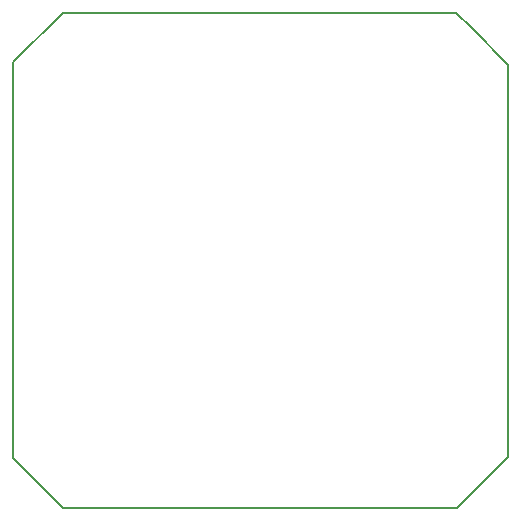
<source format=gbr>
G04 #@! TF.GenerationSoftware,KiCad,Pcbnew,5.0.2-bee76a0~70~ubuntu18.04.1*
G04 #@! TF.CreationDate,2019-01-29T19:41:14+01:00*
G04 #@! TF.ProjectId,ustepper_41_nano,75737465-7070-4657-925f-34315f6e616e,rev?*
G04 #@! TF.SameCoordinates,Original*
G04 #@! TF.FileFunction,Profile,NP*
%FSLAX46Y46*%
G04 Gerber Fmt 4.6, Leading zero omitted, Abs format (unit mm)*
G04 Created by KiCad (PCBNEW 5.0.2-bee76a0~70~ubuntu18.04.1) date mar 29 ene 2019 19:41:14 CET*
%MOMM*%
%LPD*%
G01*
G04 APERTURE LIST*
%ADD10C,0.150000*%
G04 APERTURE END LIST*
D10*
X121400000Y-52500000D02*
X125600000Y-48300000D01*
X121400000Y-52500000D02*
X121400000Y-86000000D01*
X159000000Y-90200000D02*
X125600000Y-90200000D01*
X163300000Y-85900000D02*
X159000000Y-90200000D01*
X163300000Y-52700000D02*
X163300000Y-85900000D01*
X160200000Y-49600000D02*
X163300000Y-52700000D01*
X158900000Y-48300000D02*
X160200000Y-49600000D01*
X125600000Y-48300000D02*
X158900000Y-48300000D01*
X125600000Y-90200000D02*
X121400000Y-86000000D01*
M02*

</source>
